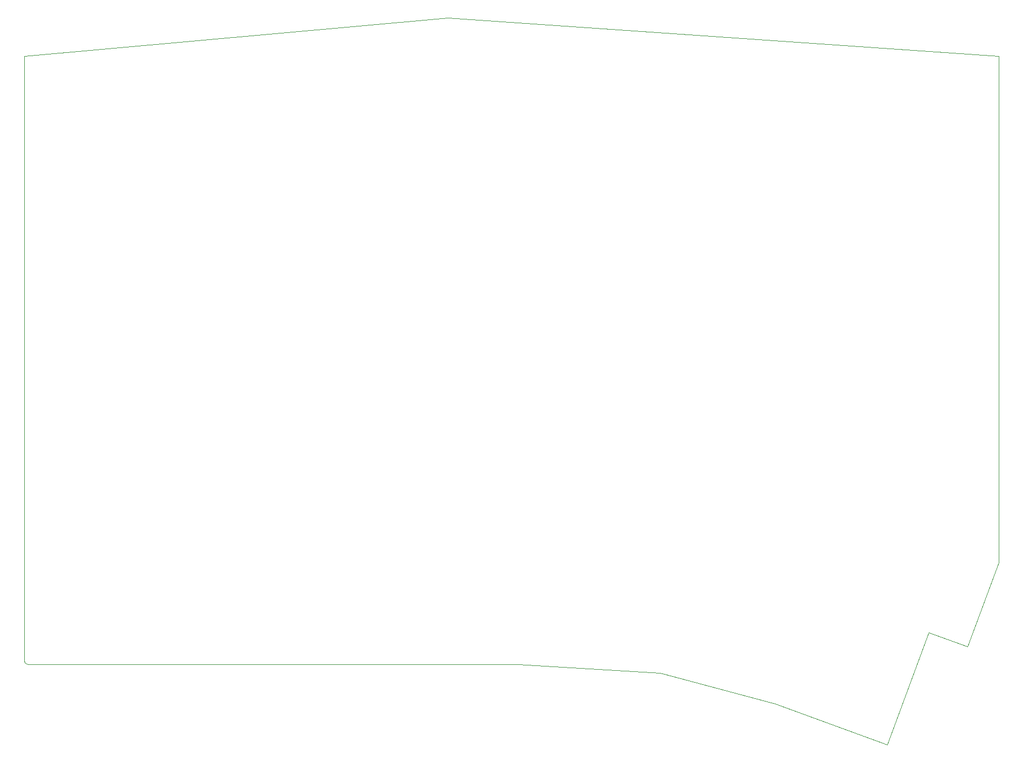
<source format=gm1>
%TF.GenerationSoftware,KiCad,Pcbnew,(5.1.6-0-10_14)*%
%TF.CreationDate,2020-07-06T11:25:28+02:00*%
%TF.ProjectId,splitkb,73706c69-746b-4622-9e6b-696361645f70,rev?*%
%TF.SameCoordinates,Original*%
%TF.FileFunction,Profile,NP*%
%FSLAX46Y46*%
G04 Gerber Fmt 4.6, Leading zero omitted, Abs format (unit mm)*
G04 Created by KiCad (PCBNEW (5.1.6-0-10_14)) date 2020-07-06 11:25:28*
%MOMM*%
%LPD*%
G01*
G04 APERTURE LIST*
%TA.AperFunction,Profile*%
%ADD10C,0.050000*%
%TD*%
G04 APERTURE END LIST*
D10*
X39000000Y-139000000D02*
G75*
G02*
X38500000Y-138500000I0J500000D01*
G01*
X38500000Y-119500000D02*
X38500000Y-119500000D01*
X116000000Y-139000000D02*
X39000000Y-139000000D01*
X138400000Y-140300000D02*
X116000000Y-139000000D01*
X156400000Y-145200000D02*
X138400000Y-140300000D01*
X174000000Y-151600000D02*
X156400000Y-145200000D01*
X180500000Y-134000000D02*
X174000000Y-151600000D01*
X186600000Y-136200000D02*
X180500000Y-134000000D01*
X191500000Y-123000000D02*
X186600000Y-136200000D01*
X191500000Y-119500000D02*
X191500000Y-123000000D01*
X191500000Y-43500000D02*
X191500000Y-119500000D01*
X105000000Y-37500000D02*
X191500000Y-43500000D01*
X38500000Y-43500000D02*
X105000000Y-37500000D01*
X38500000Y-138500000D02*
X38500000Y-43500000D01*
M02*

</source>
